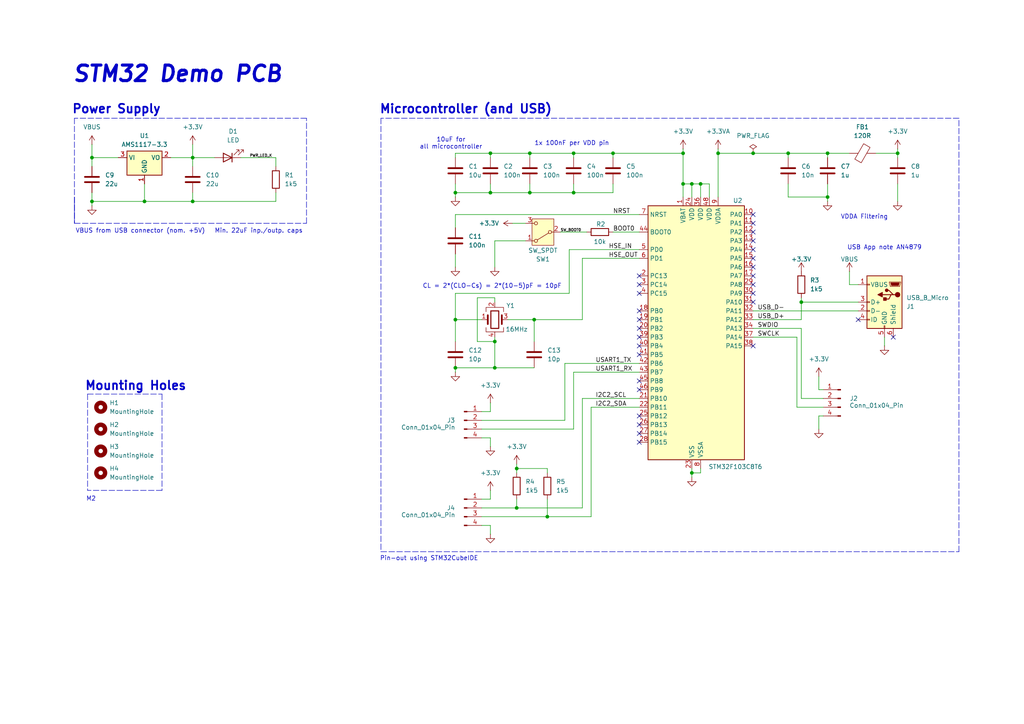
<source format=kicad_sch>
(kicad_sch (version 20231120) (generator "eeschema") (generator_version "8.0")
  (paper "A4")
  (title_block (title "STM32 Demo PCB by UME") (date "2024-08-07"))
  (lib_symbols
    (symbol "Connector:Conn_01x04_Pin" (pin_names (offset 1.016) hide)
      (property "Reference" "J" (at 0 5.08 0))
      (property "Value" "Conn_01x04_Pin" (at 0 -7.62 0))
      (symbol "Conn_01x04_Pin_1_1"
        (polyline (pts (xy 1.27 -5.08) (xy 0.8636 -5.08)) (stroke (width 0.1524)))
        (polyline (pts (xy 1.27 -2.54) (xy 0.8636 -2.54)) (stroke (width 0.1524)))
        (polyline (pts (xy 1.27 0) (xy 0.8636 0)) (stroke (width 0.1524)))
        (polyline (pts (xy 1.27 2.54) (xy 0.8636 2.54)) (stroke (width 0.1524)))
        (rectangle (start 0.8636 -4.953) (end 0 -5.207) (stroke (width 0.1524)) (fill (type outline)))
        (rectangle (start 0.8636 -2.413) (end 0 -2.667) (stroke (width 0.1524)) (fill (type outline)))
        (rectangle (start 0.8636 0.127) (end 0 -0.127) (stroke (width 0.1524)) (fill (type outline)))
        (rectangle (start 0.8636 2.667) (end 0 2.413) (stroke (width 0.1524)) (fill (type outline)))
        (pin passive line (at 5.08 2.54 180) (length 3.81) (name "Pin_1") (number "1"))
        (pin passive line (at 5.08 0 180) (length 3.81) (name "Pin_2") (number "2"))
        (pin passive line (at 5.08 -2.54 180) (length 3.81) (name "Pin_3") (number "3"))
        (pin passive line (at 5.08 -5.08 180) (length 3.81) (name "Pin_4") (number "4"))
      )
    )
    (symbol "Connector:USB_B_Micro" (pin_names (offset 1.016))
      (property "Reference" "J" (at -5.08 11.43 0))
      (property "Value" "USB_B_Micro" (at -5.08 8.89 0))
      (symbol "USB_B_Micro_0_1"
        (rectangle (start -5.08 -7.62) (end 5.08 7.62) (stroke (width 0.254)) (fill (type background)))
        (circle (center -3.81 2.159) (radius 0.635) (stroke (width 0.254)) (fill (type outline)))
        (circle (center -0.635 3.429) (radius 0.381) (stroke (width 0.254)) (fill (type outline)))
        (rectangle (start -0.127 -7.62) (end 0.127 -6.858))
        (polyline (pts (xy -1.905 2.159) (xy 0.635 2.159)) (stroke (width 0.254)))
        (polyline (pts (xy -3.175 2.159) (xy -2.54 2.159) (xy -1.27 3.429) (xy -0.635 3.429)) (stroke (width 0.254)))
        (polyline (pts (xy -2.54 2.159) (xy -1.905 2.159) (xy -1.27 0.889) (xy 0 0.889)) (stroke (width 0.254)))
        (polyline (pts (xy 0.635 2.794) (xy 0.635 1.524) (xy 1.905 2.159) (xy 0.635 2.794)) (stroke (width 0.254)) (fill (type outline)))
        (polyline (pts (xy -4.318 5.588) (xy -1.778 5.588) (xy -2.032 4.826) (xy -4.064 4.826) (xy -4.318 5.588)) (fill (type outline)))
        (polyline (pts (xy -4.699 5.842) (xy -4.699 5.588) (xy -4.445 4.826) (xy -4.445 4.572) (xy -1.651 4.572) (xy -1.651 4.826) (xy -1.397 5.588) (xy -1.397 5.842) (xy -4.699 5.842)))
        (rectangle (start 0.254 1.27) (end -0.508 0.508) (stroke (width 0.254)) (fill (type outline)))
        (rectangle (start 5.08 -5.207) (end 4.318 -4.953))
        (rectangle (start 5.08 -2.667) (end 4.318 -2.413))
        (rectangle (start 5.08 -0.127) (end 4.318 0.127))
        (rectangle (start 5.08 4.953) (end 4.318 5.207))
      )
      (symbol "USB_B_Micro_1_1"
        (pin power_out line (at 7.62 5.08 180) (length 2.54) (name "VBUS") (number "1"))
        (pin bidirectional line (at 7.62 -2.54 180) (length 2.54) (name "D-") (number "2"))
        (pin bidirectional line (at 7.62 0 180) (length 2.54) (name "D+") (number "3"))
        (pin passive line (at 7.62 -5.08 180) (length 2.54) (name "ID") (number "4"))
        (pin power_out line (at 0 -10.16 90) (length 2.54) (name "GND") (number "5"))
        (pin passive line (at -2.54 -10.16 90) (length 2.54) (name "Shield") (number "6"))
      )
    )
    (symbol "Device:C" (pin_numbers hide) (pin_names (offset 0.254))
      (property "Reference" "C" (at 0.635 2.54 0))
      (property "Value" "C" (at 0.635 -2.54 0))
      (symbol "C_0_1"
        (polyline (pts (xy -2.032 -0.762) (xy 2.032 -0.762)) (stroke (width 0.508)))
        (polyline (pts (xy -2.032 0.762) (xy 2.032 0.762)) (stroke (width 0.508)))
      )
      (symbol "C_1_1"
        (pin passive line (at 0 3.81 270) (length 2.794) (name "~") (number "1"))
        (pin passive line (at 0 -3.81 90) (length 2.794) (name "~") (number "2"))
      )
    )
    (symbol "Device:Crystal_GND24" (pin_names (offset 1.016) hide)
      (property "Reference" "Y" (at 3.175 5.08 0))
      (property "Value" "Crystal_GND24" (at 3.175 3.175 0))
      (symbol "Crystal_GND24_0_1"
        (rectangle (start -1.143 2.54) (end 1.143 -2.54) (stroke (width 0.3048)))
        (polyline (pts (xy -2.54 0) (xy -2.032 0)))
        (polyline (pts (xy -2.032 -1.27) (xy -2.032 1.27)) (stroke (width 0.508)))
        (polyline (pts (xy 0 -3.81) (xy 0 -3.556)))
        (polyline (pts (xy 0 3.556) (xy 0 3.81)))
        (polyline (pts (xy 2.032 -1.27) (xy 2.032 1.27)) (stroke (width 0.508)))
        (polyline (pts (xy 2.032 0) (xy 2.54 0)))
        (polyline (pts (xy -2.54 -2.286) (xy -2.54 -3.556) (xy 2.54 -3.556) (xy 2.54 -2.286)))
        (polyline (pts (xy -2.54 2.286) (xy -2.54 3.556) (xy 2.54 3.556) (xy 2.54 2.286)))
      )
      (symbol "Crystal_GND24_1_1"
        (pin passive line (at -3.81 0 0) (length 1.27) (name "1") (number "1"))
        (pin passive line (at 0 5.08 270) (length 1.27) (name "2") (number "2"))
        (pin passive line (at 3.81 0 180) (length 1.27) (name "3") (number "3"))
        (pin passive line (at 0 -5.08 90) (length 1.27) (name "4") (number "4"))
      )
    )
    (symbol "Device:FerriteBead" (pin_numbers hide) (pin_names (offset 0))
      (property "Reference" "FB" (at -3.81 0.635 90))
      (property "Value" "FerriteBead" (at 3.81 0 90))
      (symbol "FerriteBead_0_1"
        (polyline (pts (xy 0 -1.27) (xy 0 -1.2192)))
        (polyline (pts (xy 0 1.27) (xy 0 1.2954)))
        (polyline (pts (xy -2.7686 0.4064) (xy -1.7018 2.2606) (xy 2.7686 -0.3048) (xy 1.6764 -2.159) (xy -2.7686 0.4064)))
      )
      (symbol "FerriteBead_1_1"
        (pin passive line (at 0 3.81 270) (length 2.54) (name "~") (number "1"))
        (pin passive line (at 0 -3.81 90) (length 2.54) (name "~") (number "2"))
      )
    )
    (symbol "Device:LED" (pin_numbers hide) (pin_names (offset 1.016) hide)
      (property "Reference" "D" (at 0 2.54 0))
      (property "Value" "LED" (at 0 -2.54 0))
      (symbol "LED_0_1"
        (polyline (pts (xy -1.27 -1.27) (xy -1.27 1.27)) (stroke (width 0.254)))
        (polyline (pts (xy -1.27 0) (xy 1.27 0)))
        (polyline (pts (xy 1.27 -1.27) (xy 1.27 1.27) (xy -1.27 0) (xy 1.27 -1.27)) (stroke (width 0.254)))
        (polyline (pts (xy -3.048 -0.762) (xy -4.572 -2.286) (xy -3.81 -2.286) (xy -4.572 -2.286) (xy -4.572 -1.524)))
        (polyline (pts (xy -1.778 -0.762) (xy -3.302 -2.286) (xy -2.54 -2.286) (xy -3.302 -2.286) (xy -3.302 -1.524)))
      )
      (symbol "LED_1_1"
        (pin passive line (at -3.81 0 0) (length 2.54) (name "K") (number "1"))
        (pin passive line (at 3.81 0 180) (length 2.54) (name "A") (number "2"))
      )
    )
    (symbol "Device:R" (pin_numbers hide) (pin_names (offset 0))
      (property "Reference" "R" (at 2.032 0 90))
      (property "Value" "R" (at 0 0 90))
      (symbol "R_0_1"
        (rectangle (start -1.016 -2.54) (end 1.016 2.54) (stroke (width 0.254)))
      )
      (symbol "R_1_1"
        (pin passive line (at 0 3.81 270) (length 1.27) (name "~") (number "1"))
        (pin passive line (at 0 -3.81 90) (length 1.27) (name "~") (number "2"))
      )
    )
    (symbol "MCU_ST_STM32F1:STM32F103C8Tx"
      (property "Reference" "U" (at -12.7 39.37 0))
      (property "Value" "STM32F103C8Tx" (at 10.16 39.37 0))
      (symbol "STM32F103C8Tx_0_1"
        (rectangle (start -12.7 -35.56) (end 15.24 38.1) (stroke (width 0.254)) (fill (type background)))
      )
      (symbol "STM32F103C8Tx_1_1"
        (pin power_in line (at -2.54 40.64 270) (length 2.54) (name "VBAT") (number "1"))
        (pin bidirectional line (at 17.78 35.56 180) (length 2.54) (name "PA0") (number "10"))
        (pin bidirectional line (at 17.78 33.02 180) (length 2.54) (name "PA1") (number "11"))
        (pin bidirectional line (at 17.78 30.48 180) (length 2.54) (name "PA2") (number "12"))
        (pin bidirectional line (at 17.78 27.94 180) (length 2.54) (name "PA3") (number "13"))
        (pin bidirectional line (at 17.78 25.4 180) (length 2.54) (name "PA4") (number "14"))
        (pin bidirectional line (at 17.78 22.86 180) (length 2.54) (name "PA5") (number "15"))
        (pin bidirectional line (at 17.78 20.32 180) (length 2.54) (name "PA6") (number "16"))
        (pin bidirectional line (at 17.78 17.78 180) (length 2.54) (name "PA7") (number "17"))
        (pin bidirectional line (at -15.24 7.62 0) (length 2.54) (name "PB0") (number "18"))
        (pin bidirectional line (at -15.24 5.08 0) (length 2.54) (name "PB1") (number "19"))
        (pin bidirectional line (at -15.24 17.78 0) (length 2.54) (name "PC13") (number "2"))
        (pin bidirectional line (at -15.24 2.54 0) (length 2.54) (name "PB2") (number "20"))
        (pin bidirectional line (at -15.24 -17.78 0) (length 2.54) (name "PB10") (number "21"))
        (pin bidirectional line (at -15.24 -20.32 0) (length 2.54) (name "PB11") (number "22"))
        (pin power_in line (at 0 -38.1 90) (length 2.54) (name "VSS") (number "23"))
        (pin power_in line (at 0 40.64 270) (length 2.54) (name "VDD") (number "24"))
        (pin bidirectional line (at -15.24 -22.86 0) (length 2.54) (name "PB12") (number "25"))
        (pin bidirectional line (at -15.24 -25.4 0) (length 2.54) (name "PB13") (number "26"))
        (pin bidirectional line (at -15.24 -27.94 0) (length 2.54) (name "PB14") (number "27"))
        (pin bidirectional line (at -15.24 -30.48 0) (length 2.54) (name "PB15") (number "28"))
        (pin bidirectional line (at 17.78 15.24 180) (length 2.54) (name "PA8") (number "29"))
        (pin bidirectional line (at -15.24 15.24 0) (length 2.54) (name "PC14") (number "3"))
        (pin bidirectional line (at 17.78 12.7 180) (length 2.54) (name "PA9") (number "30"))
        (pin bidirectional line (at 17.78 10.16 180) (length 2.54) (name "PA10") (number "31"))
        (pin bidirectional line (at 17.78 7.62 180) (length 2.54) (name "PA11") (number "32"))
        (pin bidirectional line (at 17.78 5.08 180) (length 2.54) (name "PA12") (number "33"))
        (pin bidirectional line (at 17.78 2.54 180) (length 2.54) (name "PA13") (number "34"))
        (pin passive line (at 0 -38.1 90) (length 2.54) hide (name "VSS") (number "35"))
        (pin power_in line (at 2.54 40.64 270) (length 2.54) (name "VDD") (number "36"))
        (pin bidirectional line (at 17.78 0 180) (length 2.54) (name "PA14") (number "37"))
        (pin bidirectional line (at 17.78 -2.54 180) (length 2.54) (name "PA15") (number "38"))
        (pin bidirectional line (at -15.24 0 0) (length 2.54) (name "PB3") (number "39"))
        (pin bidirectional line (at -15.24 12.7 0) (length 2.54) (name "PC15") (number "4"))
        (pin bidirectional line (at -15.24 -2.54 0) (length 2.54) (name "PB4") (number "40"))
        (pin bidirectional line (at -15.24 -5.08 0) (length 2.54) (name "PB5") (number "41"))
        (pin bidirectional line (at -15.24 -7.62 0) (length 2.54) (name "PB6") (number "42"))
        (pin bidirectional line (at -15.24 -10.16 0) (length 2.54) (name "PB7") (number "43"))
        (pin input line (at -15.24 30.48 0) (length 2.54) (name "BOOT0") (number "44"))
        (pin bidirectional line (at -15.24 -12.7 0) (length 2.54) (name "PB8") (number "45"))
        (pin bidirectional line (at -15.24 -15.24 0) (length 2.54) (name "PB9") (number "46"))
        (pin passive line (at 0 -38.1 90) (length 2.54) hide (name "VSS") (number "47"))
        (pin power_in line (at 5.08 40.64 270) (length 2.54) (name "VDD") (number "48"))
        (pin bidirectional line (at -15.24 25.4 0) (length 2.54) (name "PD0") (number "5"))
        (pin bidirectional line (at -15.24 22.86 0) (length 2.54) (name "PD1") (number "6"))
        (pin input line (at -15.24 35.56 0) (length 2.54) (name "NRST") (number "7"))
        (pin power_in line (at 2.54 -38.1 90) (length 2.54) (name "VSSA") (number "8"))
        (pin power_in line (at 7.62 40.64 270) (length 2.54) (name "VDDA") (number "9"))
      )
    )
    (symbol "Mechanical:MountingHole" (pin_names (offset 1.016)) (exclude_from_sim yes) (in_bom no)
      (property "Reference" "H" (at 0 5.08 0))
      (property "Value" "MountingHole" (at 0 3.175 0))
      (symbol "MountingHole_0_1"
        (circle (center 0 0) (radius 1.27) (stroke (width 1.27)))
      )
    )
    (symbol "Regulator_Linear:AMS1117-3.3"
      (property "Reference" "U" (at -3.81 3.175 0))
      (property "Value" "AMS1117-3.3" (at 0 3.175 0))
      (symbol "AMS1117-3.3_0_1"
        (rectangle (start -5.08 -5.08) (end 5.08 1.905) (stroke (width 0.254)) (fill (type background)))
      )
      (symbol "AMS1117-3.3_1_1"
        (pin power_in line (at 0 -7.62 90) (length 2.54) (name "GND") (number "1"))
        (pin power_out line (at 7.62 0 180) (length 2.54) (name "VO") (number "2"))
        (pin power_in line (at -7.62 0 0) (length 2.54) (name "VI") (number "3"))
      )
    )
    (symbol "Switch:SW_SPDT" (pin_names (offset 0) hide)
      (property "Reference" "SW" (at 0 5.08 0))
      (property "Value" "SW_SPDT" (at 0 -5.08 0))
      (symbol "SW_SPDT_0_1"
        (circle (center -2.032 0) (radius 0.4572))
        (polyline (pts (xy -1.651 0.254) (xy 1.651 2.286)))
        (circle (center 2.032 -2.54) (radius 0.4572))
        (circle (center 2.032 2.54) (radius 0.4572))
      )
      (symbol "SW_SPDT_1_1"
        (rectangle (start -3.175 3.81) (end 3.175 -3.81) (fill (type background)))
        (pin passive line (at 5.08 2.54 180) (length 2.54) (name "A") (number "1"))
        (pin passive line (at -5.08 0 0) (length 2.54) (name "B") (number "2"))
        (pin passive line (at 5.08 -2.54 180) (length 2.54) (name "C") (number "3"))
      )
    )
    (symbol "power:+3.3V" (power) (pin_numbers hide) (pin_names (offset 0) hide)
      (property "Value" "+3.3V" (at 0 3.556 0))
      (symbol "+3.3V_0_1"
        (polyline (pts (xy -0.762 1.27) (xy 0 2.54)))
        (polyline (pts (xy 0 0) (xy 0 2.54)))
        (polyline (pts (xy 0 2.54) (xy 0.762 1.27)))
      )
      (symbol "+3.3V_1_1"
        (pin power_in line (at 0 0 90) (length 0) (name "~") (number "1"))
      )
    )
    (symbol "power:+3.3VA" (power) (pin_numbers hide) (pin_names (offset 0) hide)
      (property "Value" "+3.3VA" (at 0 3.556 0))
      (symbol "+3.3VA_0_1"
        (polyline (pts (xy -0.762 1.27) (xy 0 2.54)))
        (polyline (pts (xy 0 0) (xy 0 2.54)))
        (polyline (pts (xy 0 2.54) (xy 0.762 1.27)))
      )
      (symbol "+3.3VA_1_1"
        (pin power_in line (at 0 0 90) (length 0) (name "~") (number "1"))
      )
    )
    (symbol "power:GND" (power) (pin_numbers hide) (pin_names (offset 0) hide)
      (property "Value" "GND" (at 0 -3.81 0))
      (symbol "GND_0_1"
        (polyline (pts (xy 0 0) (xy 0 -1.27) (xy 1.27 -1.27) (xy 0 -2.54) (xy -1.27 -1.27) (xy 0 -1.27)))
      )
      (symbol "GND_1_1"
        (pin power_in line (at 0 0 270) (length 0) (name "~") (number "1"))
      )
    )
    (symbol "power:PWR_FLAG" (power) (pin_numbers hide) (pin_names (offset 0) hide)
      (property "Value" "PWR_FLAG" (at 0 3.81 0))
      (symbol "PWR_FLAG_0_0"
        (pin power_out line (at 0 0 90) (length 0) (name "~") (number "1"))
      )
      (symbol "PWR_FLAG_0_1"
        (polyline (pts (xy 0 0) (xy 0 1.27) (xy -1.016 1.905) (xy 0 2.54) (xy 1.016 1.905) (xy 0 1.27)))
      )
    )
    (symbol "power:VBUS" (power) (pin_numbers hide) (pin_names (offset 0) hide)
      (property "Value" "VBUS" (at 0 3.556 0))
      (symbol "VBUS_0_1"
        (polyline (pts (xy -0.762 1.27) (xy 0 2.54)))
        (polyline (pts (xy 0 0) (xy 0 2.54)))
        (polyline (pts (xy 0 2.54) (xy 0.762 1.27)))
      )
      (symbol "VBUS_1_1"
        (pin power_in line (at 0 0 90) (length 0) (name "~") (number "1"))
      )
    )
  )
  (junction (at 142.24 55.88))
  (junction (at 232.41 87.63))
  (junction (at 166.37 44.45))
  (junction (at 260.35 44.45))
  (junction (at 240.03 57.15))
  (junction (at 198.12 53.34))
  (junction (at 240.03 44.45))
  (junction (at 198.12 44.45))
  (junction (at 55.88 58.42))
  (junction (at 55.88 45.72))
  (junction (at 177.8 44.45))
  (junction (at 142.24 44.45))
  (junction (at 132.08 92.71))
  (junction (at 132.08 55.88))
  (junction (at 143.51 99.06))
  (junction (at 154.94 92.71))
  (junction (at 149.86 135.89))
  (junction (at 200.66 137.16))
  (junction (at 153.67 44.45))
  (junction (at 132.08 106.68))
  (junction (at 228.6 44.45))
  (junction (at 26.67 58.42))
  (junction (at 166.37 55.88))
  (junction (at 218.44 44.45))
  (junction (at 153.67 55.88))
  (junction (at 208.28 44.45))
  (junction (at 200.66 53.34))
  (junction (at 158.75 149.86))
  (junction (at 149.86 147.32))
  (junction (at 143.51 106.68))
  (junction (at 26.67 45.72))
  (junction (at 203.2 53.34))
  (junction (at 41.91 58.42))
  (no_connect (at 218.44 82.55))
  (no_connect (at 185.42 125.73))
  (no_connect (at 218.44 87.63))
  (no_connect (at 248.92 92.71))
  (no_connect (at 218.44 80.01))
  (no_connect (at 218.44 100.33))
  (no_connect (at 218.44 77.47))
  (no_connect (at 218.44 64.77))
  (no_connect (at 185.42 128.27))
  (no_connect (at 185.42 120.65))
  (no_connect (at 218.44 74.93))
  (no_connect (at 185.42 82.55))
  (no_connect (at 185.42 80.01))
  (no_connect (at 218.44 62.23))
  (no_connect (at 185.42 123.19))
  (no_connect (at 185.42 100.33))
  (no_connect (at 218.44 72.39))
  (no_connect (at 218.44 67.31))
  (no_connect (at 218.44 69.85))
  (no_connect (at 185.42 113.03))
  (no_connect (at 185.42 95.25))
  (no_connect (at 185.42 92.71))
  (no_connect (at 185.42 102.87))
  (no_connect (at 218.44 85.09))
  (no_connect (at 259.08 97.79))
  (no_connect (at 185.42 97.79))
  (no_connect (at 185.42 85.09))
  (no_connect (at 185.42 110.49))
  (no_connect (at 185.42 90.17))
  (wire (pts (xy 139.7 92.71) (xy 132.08 92.71)))
  (wire (pts (xy 198.12 53.34) (xy 200.66 53.34)))
  (wire (pts (xy 237.49 109.22) (xy 237.49 113.03)))
  (wire (pts (xy 168.91 115.57) (xy 168.91 147.32)))
  (wire (pts (xy 139.7 119.38) (xy 142.24 119.38)))
  (wire (pts (xy 143.51 106.68) (xy 154.94 106.68)))
  (wire (pts (xy 200.66 135.89) (xy 200.66 137.16)))
  (wire (pts (xy 158.75 149.86) (xy 139.7 149.86)))
  (wire (pts (xy 26.67 55.88) (xy 26.67 58.42)))
  (wire (pts (xy 237.49 113.03) (xy 238.76 113.03)))
  (wire (pts (xy 198.12 44.45) (xy 198.12 53.34)))
  (wire (pts (xy 254 44.45) (xy 260.35 44.45)))
  (wire (pts (xy 132.08 55.88) (xy 132.08 57.15)))
  (polyline (pts (xy 46.99 114.3) (xy 46.99 142.24)) (stroke (width 0) (type dash)))
  (wire (pts (xy 139.7 127) (xy 142.24 127)))
  (polyline (pts (xy 21.59 34.29) (xy 21.59 64.77)) (stroke (width 0) (type dash)))
  (wire (pts (xy 231.14 118.11) (xy 238.76 118.11)))
  (wire (pts (xy 55.88 45.72) (xy 62.23 45.72)))
  (wire (pts (xy 143.51 69.85) (xy 143.51 77.47)))
  (wire (pts (xy 166.37 53.34) (xy 166.37 55.88)))
  (wire (pts (xy 80.01 45.72) (xy 80.01 48.26)))
  (wire (pts (xy 41.91 53.34) (xy 41.91 58.42)))
  (wire (pts (xy 148.59 64.77) (xy 152.4 64.77)))
  (wire (pts (xy 142.24 119.38) (xy 142.24 116.84)))
  (wire (pts (xy 149.86 134.62) (xy 149.86 135.89)))
  (wire (pts (xy 256.54 97.79) (xy 256.54 100.33)))
  (wire (pts (xy 149.86 147.32) (xy 139.7 147.32)))
  (wire (pts (xy 168.91 115.57) (xy 185.42 115.57)))
  (wire (pts (xy 142.24 144.78) (xy 142.24 142.24)))
  (wire (pts (xy 132.08 53.34) (xy 132.08 55.88)))
  (wire (pts (xy 69.85 45.72) (xy 80.01 45.72)))
  (wire (pts (xy 203.2 137.16) (xy 200.66 137.16)))
  (wire (pts (xy 26.67 41.91) (xy 26.67 45.72)))
  (wire (pts (xy 153.67 44.45) (xy 166.37 44.45)))
  (wire (pts (xy 153.67 44.45) (xy 153.67 45.72)))
  (wire (pts (xy 163.83 121.92) (xy 139.7 121.92)))
  (wire (pts (xy 228.6 53.34) (xy 228.6 57.15)))
  (wire (pts (xy 154.94 92.71) (xy 154.94 99.06)))
  (polyline (pts (xy 25.4 114.3) (xy 46.99 114.3)) (stroke (width 0) (type dash)))
  (wire (pts (xy 232.41 95.25) (xy 232.41 115.57)))
  (wire (pts (xy 208.28 44.45) (xy 218.44 44.45)))
  (wire (pts (xy 200.66 53.34) (xy 203.2 53.34)))
  (wire (pts (xy 165.1 85.09) (xy 165.1 72.39)))
  (wire (pts (xy 142.24 44.45) (xy 153.67 44.45)))
  (wire (pts (xy 41.91 58.42) (xy 55.88 58.42)))
  (wire (pts (xy 26.67 58.42) (xy 26.67 59.69)))
  (wire (pts (xy 132.08 62.23) (xy 185.42 62.23)))
  (wire (pts (xy 26.67 45.72) (xy 26.67 48.26)))
  (wire (pts (xy 240.03 44.45) (xy 246.38 44.45)))
  (wire (pts (xy 203.2 135.89) (xy 203.2 137.16)))
  (wire (pts (xy 232.41 86.36) (xy 232.41 87.63)))
  (wire (pts (xy 171.45 118.11) (xy 171.45 149.86)))
  (wire (pts (xy 205.74 53.34) (xy 203.2 53.34)))
  (wire (pts (xy 240.03 53.34) (xy 240.03 57.15)))
  (wire (pts (xy 158.75 137.16) (xy 158.75 135.89)))
  (wire (pts (xy 132.08 106.68) (xy 132.08 107.95)))
  (wire (pts (xy 177.8 53.34) (xy 177.8 55.88)))
  (wire (pts (xy 165.1 72.39) (xy 185.42 72.39)))
  (wire (pts (xy 218.44 44.45) (xy 228.6 44.45)))
  (wire (pts (xy 143.51 87.63) (xy 143.51 86.36)))
  (wire (pts (xy 139.7 144.78) (xy 142.24 144.78)))
  (polyline (pts (xy 110.49 34.29) (xy 110.49 160.02)) (stroke (width 0) (type dash)))
  (wire (pts (xy 177.8 67.31) (xy 185.42 67.31)))
  (wire (pts (xy 55.88 45.72) (xy 55.88 48.26)))
  (wire (pts (xy 260.35 44.45) (xy 260.35 43.18)))
  (wire (pts (xy 149.86 144.78) (xy 149.86 147.32)))
  (wire (pts (xy 208.28 44.45) (xy 208.28 57.15)))
  (wire (pts (xy 163.83 105.41) (xy 163.83 121.92)))
  (wire (pts (xy 132.08 92.71) (xy 132.08 99.06)))
  (wire (pts (xy 228.6 44.45) (xy 228.6 45.72)))
  (wire (pts (xy 143.51 69.85) (xy 152.4 69.85)))
  (wire (pts (xy 34.29 45.72) (xy 26.67 45.72)))
  (wire (pts (xy 171.45 149.86) (xy 158.75 149.86)))
  (wire (pts (xy 139.7 152.4) (xy 142.24 152.4)))
  (polyline (pts (xy 278.13 34.29) (xy 110.49 34.29)) (stroke (width 0) (type dash)))
  (wire (pts (xy 240.03 57.15) (xy 240.03 58.42)))
  (wire (pts (xy 166.37 124.46) (xy 139.7 124.46)))
  (wire (pts (xy 177.8 44.45) (xy 177.8 45.72)))
  (wire (pts (xy 218.44 97.79) (xy 231.14 97.79)))
  (wire (pts (xy 166.37 44.45) (xy 177.8 44.45)))
  (wire (pts (xy 55.88 41.91) (xy 55.88 45.72)))
  (wire (pts (xy 200.66 137.16) (xy 200.66 138.43)))
  (wire (pts (xy 237.49 120.65) (xy 238.76 120.65)))
  (polyline (pts (xy 88.9 34.29) (xy 21.59 34.29)) (stroke (width 0) (type dash)))
  (wire (pts (xy 143.51 99.06) (xy 143.51 106.68)))
  (wire (pts (xy 132.08 92.71) (xy 132.08 85.09)))
  (wire (pts (xy 166.37 55.88) (xy 153.67 55.88)))
  (wire (pts (xy 232.41 87.63) (xy 248.92 87.63)))
  (wire (pts (xy 153.67 55.88) (xy 142.24 55.88)))
  (wire (pts (xy 154.94 92.71) (xy 168.91 92.71)))
  (wire (pts (xy 168.91 147.32) (xy 149.86 147.32)))
  (wire (pts (xy 260.35 53.34) (xy 260.35 58.42)))
  (wire (pts (xy 149.86 135.89) (xy 149.86 137.16)))
  (wire (pts (xy 132.08 73.66) (xy 132.08 77.47)))
  (wire (pts (xy 138.43 86.36) (xy 138.43 99.06)))
  (wire (pts (xy 248.92 82.55) (xy 246.38 82.55)))
  (wire (pts (xy 142.24 55.88) (xy 132.08 55.88)))
  (wire (pts (xy 237.49 124.46) (xy 237.49 120.65)))
  (polyline (pts (xy 21.59 64.77) (xy 88.9 64.77)) (stroke (width 0) (type dash)))
  (wire (pts (xy 200.66 57.15) (xy 200.66 53.34)))
  (wire (pts (xy 203.2 53.34) (xy 203.2 57.15)))
  (wire (pts (xy 26.67 58.42) (xy 41.91 58.42)))
  (wire (pts (xy 142.24 127) (xy 142.24 129.54)))
  (wire (pts (xy 260.35 44.45) (xy 260.35 45.72)))
  (wire (pts (xy 143.51 99.06) (xy 143.51 97.79)))
  (wire (pts (xy 232.41 115.57) (xy 238.76 115.57)))
  (wire (pts (xy 80.01 55.88) (xy 80.01 58.42)))
  (wire (pts (xy 138.43 99.06) (xy 143.51 99.06)))
  (wire (pts (xy 166.37 107.95) (xy 166.37 124.46)))
  (wire (pts (xy 132.08 62.23) (xy 132.08 66.04)))
  (wire (pts (xy 231.14 97.79) (xy 231.14 118.11)))
  (polyline (pts (xy 278.13 160.02) (xy 278.13 34.29)) (stroke (width 0) (type dash)))
  (wire (pts (xy 218.44 90.17) (xy 248.92 90.17)))
  (wire (pts (xy 55.88 55.88) (xy 55.88 58.42)))
  (wire (pts (xy 166.37 44.45) (xy 166.37 45.72)))
  (wire (pts (xy 132.08 44.45) (xy 142.24 44.45)))
  (wire (pts (xy 205.74 57.15) (xy 205.74 53.34)))
  (polyline (pts (xy 110.49 160.02) (xy 278.13 160.02)) (stroke (width 0) (type dash)))
  (wire (pts (xy 177.8 44.45) (xy 198.12 44.45)))
  (wire (pts (xy 168.91 92.71) (xy 168.91 74.93)))
  (wire (pts (xy 49.53 45.72) (xy 55.88 45.72)))
  (wire (pts (xy 142.24 53.34) (xy 142.24 55.88)))
  (polyline (pts (xy 25.4 114.3) (xy 25.4 142.24)) (stroke (width 0) (type dash)))
  (wire (pts (xy 142.24 44.45) (xy 142.24 45.72)))
  (wire (pts (xy 132.08 106.68) (xy 143.51 106.68)))
  (wire (pts (xy 246.38 82.55) (xy 246.38 78.74)))
  (polyline (pts (xy 46.99 142.24) (xy 25.4 142.24)) (stroke (width 0) (type dash)))
  (wire (pts (xy 166.37 107.95) (xy 185.42 107.95)))
  (wire (pts (xy 168.91 74.93) (xy 185.42 74.93)))
  (wire (pts (xy 80.01 58.42) (xy 55.88 58.42)))
  (wire (pts (xy 198.12 43.18) (xy 198.12 44.45)))
  (wire (pts (xy 218.44 92.71) (xy 232.41 92.71)))
  (wire (pts (xy 198.12 53.34) (xy 198.12 57.15)))
  (polyline (pts (xy 21.59 57.15) (xy 21.59 64.77)))
  (wire (pts (xy 142.24 152.4) (xy 142.24 154.94)))
  (wire (pts (xy 228.6 57.15) (xy 240.03 57.15)))
  (wire (pts (xy 208.28 43.18) (xy 208.28 44.45)))
  (wire (pts (xy 232.41 87.63) (xy 232.41 92.71)))
  (wire (pts (xy 132.08 85.09) (xy 165.1 85.09)))
  (wire (pts (xy 218.44 95.25) (xy 232.41 95.25)))
  (wire (pts (xy 228.6 44.45) (xy 240.03 44.45)))
  (wire (pts (xy 240.03 44.45) (xy 240.03 45.72)))
  (wire (pts (xy 153.67 53.34) (xy 153.67 55.88)))
  (wire (pts (xy 177.8 55.88) (xy 166.37 55.88)))
  (wire (pts (xy 163.83 105.41) (xy 185.42 105.41)))
  (wire (pts (xy 171.45 118.11) (xy 185.42 118.11)))
  (wire (pts (xy 147.32 92.71) (xy 154.94 92.71)))
  (wire (pts (xy 132.08 45.72) (xy 132.08 44.45)))
  (wire (pts (xy 143.51 86.36) (xy 138.43 86.36)))
  (wire (pts (xy 158.75 135.89) (xy 149.86 135.89)))
  (wire (pts (xy 162.56 67.31) (xy 170.18 67.31)))
  (polyline (pts (xy 88.9 64.77) (xy 88.9 34.29)) (stroke (width 0) (type dash)))
  (wire (pts (xy 158.75 144.78) (xy 158.75 149.86)))
  (text "10uF for\nall microcontroller" (at 130.81 41.656 0) (effects (font (size 1.27 1.27))))
  (text "CL = 2*(CLO-Cs) = 2*(10-5)pF = 10pF" (at 142.748 83.058 0) (effects (font (size 1.27 1.27))))
  (text "Mounting Holes" (at 39.37 112.014 0) (effects (font (size 2.5 2.5) (thickness 0.5) (bold yes))))
  (text "Pin-out using STM32CubeIDE" (at 124.46 162.052 0) (effects (font (size 1.27 1.27))))
  (text "USB App note AN4879" (at 256.54 71.882 0) (effects (font (size 1.27 1.27))))
  (text "VBUS from USB connector (nom. +5V)   Min. 22uF inp./outp. caps" (at 54.864 67.056 0) (effects (font (size 1.27 1.27))))
  (text "1x 100nF per VDD pin" (at 165.862 41.656 0) (effects (font (size 1.27 1.27))))
  (text "Microcontroller (and USB)" (at 135.128 31.75 0) (effects (font (size 2.5 2.5) (thickness 0.5) (bold yes))))
  (text "M2" (at 26.416 144.78 0) (effects (font (size 1.27 1.27))))
  (text "Power Supply" (at 33.782 31.75 0) (effects (font (size 2.5 2.5) (thickness 0.5) (bold yes))))
  (text "VDDA Filtering" (at 250.698 62.992 0) (effects (font (size 1.27 1.27))))
  (text "STM32 Demo PCB" (at 51.562 21.59 0) (effects (font (size 4.5 4.5) (bold yes) (italic yes))))
  (label "I2C2_SCL" (at 172.72 115.57 0))
  (label "PWR_LED_K" (at 72.39 45.72 0) (effects (font (size 0.762 0.762))))
  (label "USB_D-" (at 219.71 90.17 0))
  (label "USART1_TX" (at 172.72 105.41 0))
  (label "HSE_OUT" (at 176.53 74.93 0))
  (label "SWCLK" (at 219.71 97.79 0))
  (label "I2C2_SDA" (at 172.72 118.11 0))
  (label "BOOT0" (at 177.8 67.31 0))
  (label "SWDIO" (at 219.71 95.25 0))
  (label "USART1_RX" (at 172.72 107.95 0))
  (label "SW_BOOT0" (at 162.56 67.31 0) (effects (font (size 0.762 0.762))))
  (label "HSE_IN" (at 176.53 72.39 0))
  (label "NRST" (at 177.8 62.23 0))
  (label "USB_D+" (at 219.71 92.71 0))
  (symbol (lib_id "Mechanical:MountingHole") (at 29.21 137.16 0) (unit 1) (exclude_from_sim yes) (in_bom no)
    (property "Reference" "H4" (at 31.75 135.8899 0) (effects (justify left)))
    (property "Value" "MountingHole" (at 31.75 138.4299 0) (effects (justify left)))
    (property "Footprint" "MountingHole:MountingHole_2.2mm_M2" (effects (hide yes)))
    (property "Description" "Mounting Hole without connection" (effects (hide yes)))
  )
  (symbol (lib_id "power:GND") (at 200.66 138.43 0) (unit 1)
    (property "Reference" "#PWR022" (effects (hide yes)))
    (property "Value" "GND" (effects (hide yes)))
    (property "Description" "Power symbol creates a global label with name \"GND\" , ground" (effects (hide yes)))
  )
  (symbol (lib_id "Device:R") (at 149.86 140.97 180) (unit 1)
    (property "Reference" "R4" (at 152.4 139.6999 0) (effects (justify right)))
    (property "Value" "1k5" (at 152.4 142.2399 0) (effects (justify right)))
    (property "Footprint" "Resistor_SMD:R_0402_1005Metric" (effects (hide yes)))
    (property "Description" "Resistor" (effects (hide yes)))
  )
  (symbol (lib_id "Device:FerriteBead") (at 250.19 44.45 90) (unit 1)
    (property "Reference" "FB1" (at 250.1392 36.83 90))
    (property "Value" "120R" (at 250.1392 39.37 90))
    (property "Footprint" "Inductor_SMD:L_0603_1608Metric" (effects (hide yes)))
    (property "Description" "Ferrite bead" (effects (hide yes)))
  )
  (symbol (lib_id "power:+3.3V") (at 142.24 142.24 0) (unit 1)
    (property "Reference" "#PWR023" (effects (hide yes)))
    (property "Value" "+3.3V" (at 142.24 137.16 0))
    (property "Description" "Power symbol creates a global label with name \"+3.3V\"" (effects (hide yes)))
  )
  (symbol (lib_id "Switch:SW_SPDT") (at 157.48 67.31 180) (unit 1)
    (property "Reference" "SW1" (at 157.48 75.184 0))
    (property "Value" "SW_SPDT" (at 157.48 72.644 0))
    (property "Footprint" "Button_Switch_SMD:SW_SPDT_PCM12" (effects (hide yes)))
    (property "Description" "Switch, single pole double throw" (effects (hide yes)))
  )
  (symbol (lib_id "power:GND") (at 260.35 58.42 0) (unit 1)
    (property "Reference" "#PWR08" (effects (hide yes)))
    (property "Value" "GND" (effects (hide yes)))
    (property "Description" "Power symbol creates a global label with name \"GND\" , ground" (effects (hide yes)))
  )
  (symbol (lib_id "power:+3.3V") (at 232.41 78.74 0) (unit 1)
    (property "Reference" "#PWR013" (effects (hide yes)))
    (property "Value" "+3.3V" (at 232.41 75.184 0))
    (property "Description" "Power symbol creates a global label with name \"+3.3V\"" (effects (hide yes)))
  )
  (symbol (lib_id "Device:C") (at 153.67 49.53 0) (unit 1)
    (property "Reference" "C3" (at 157.48 48.2599 0) (effects (justify left)))
    (property "Value" "100n" (at 157.48 50.7999 0) (effects (justify left)))
    (property "Footprint" "Capacitor_SMD:C_0402_1005Metric" (effects (hide yes)))
    (property "Description" "Unpolarized capacitor" (effects (hide yes)))
  )
  (symbol (lib_id "power:+3.3V") (at 55.88 41.91 0) (unit 1)
    (property "Reference" "#PWR02" (effects (hide yes)))
    (property "Value" "+3.3V" (at 55.88 36.83 0))
    (property "Description" "Power symbol creates a global label with name \"+3.3V\"" (effects (hide yes)))
  )
  (symbol (lib_id "Device:C") (at 260.35 49.53 0) (unit 1)
    (property "Reference" "C8" (at 264.16 48.2599 0) (effects (justify left)))
    (property "Value" "1u" (at 264.16 50.7999 0) (effects (justify left)))
    (property "Footprint" "Capacitor_SMD:C_0402_1005Metric" (effects (hide yes)))
    (property "Description" "Unpolarized capacitor" (effects (hide yes)))
  )
  (symbol (lib_id "Mechanical:MountingHole") (at 29.21 118.11 0) (unit 1) (exclude_from_sim yes) (in_bom no)
    (property "Reference" "H1" (at 31.75 116.8399 0) (effects (justify left)))
    (property "Value" "MountingHole" (at 31.75 119.3799 0) (effects (justify left)))
    (property "Footprint" "MountingHole:MountingHole_2.2mm_M2" (effects (hide yes)))
    (property "Description" "Mounting Hole without connection" (effects (hide yes)))
  )
  (symbol (lib_id "Device:C") (at 142.24 49.53 0) (unit 1)
    (property "Reference" "C2" (at 146.05 48.2599 0) (effects (justify left)))
    (property "Value" "100n" (at 146.05 50.7999 0) (effects (justify left)))
    (property "Footprint" "Capacitor_SMD:C_0402_1005Metric" (effects (hide yes)))
    (property "Description" "Unpolarized capacitor" (effects (hide yes)))
  )
  (symbol (lib_id "Mechanical:MountingHole") (at 29.21 124.46 0) (unit 1) (exclude_from_sim yes) (in_bom no)
    (property "Reference" "H2" (at 31.75 123.1899 0) (effects (justify left)))
    (property "Value" "MountingHole" (at 31.75 125.7299 0) (effects (justify left)))
    (property "Footprint" "MountingHole:MountingHole_2.2mm_M2" (effects (hide yes)))
    (property "Description" "Mounting Hole without connection" (effects (hide yes)))
  )
  (symbol (lib_id "power:+3.3V") (at 149.86 134.62 0) (unit 1)
    (property "Reference" "#PWR021" (effects (hide yes)))
    (property "Value" "+3.3V" (at 149.86 129.54 0))
    (property "Description" "Power symbol creates a global label with name \"+3.3V\"" (effects (hide yes)))
  )
  (symbol (lib_id "MCU_ST_STM32F1:STM32F103C8Tx") (at 200.66 97.79 0) (unit 1)
    (property "Reference" "U2" (at 212.598 58.166 0) (effects (justify left)))
    (property "Value" "STM32F103C8T6" (at 205.486 135.382 0) (effects (justify left)))
    (property "Footprint" "Package_QFP:LQFP-48_7x7mm_P0.5mm" (effects (hide yes)))
    (property "Datasheet" "https://www.st.com/resource/en/datasheet/stm32f103c8.pdf" (effects (hide yes)))
    (property "Description" "STMicroelectronics Arm Cortex-M3 MCU, 64KB flash, 20KB RAM, 72 MHz, 2.0-3.6V, 37 GPIO, LQFP48" (effects (hide yes)))
  )
  (symbol (lib_id "power:GND") (at 132.08 77.47 0) (unit 1)
    (property "Reference" "#PWR011" (effects (hide yes)))
    (property "Value" "GND" (effects (hide yes)))
    (property "Description" "Power symbol creates a global label with name \"GND\" , ground" (effects (hide yes)))
  )
  (symbol (lib_id "power:+3.3V") (at 260.35 43.18 0) (unit 1)
    (property "Reference" "#PWR05" (effects (hide yes)))
    (property "Value" "+3.3V" (at 260.35 38.1 0))
    (property "Description" "Power symbol creates a global label with name \"+3.3V\"" (effects (hide yes)))
  )
  (symbol (lib_id "Device:C") (at 132.08 102.87 0) (unit 1)
    (property "Reference" "C12" (at 135.89 101.5999 0) (effects (justify left)))
    (property "Value" "10p" (at 135.89 104.1399 0) (effects (justify left)))
    (property "Footprint" "Capacitor_SMD:C_0402_1005Metric" (effects (hide yes)))
    (property "Description" "Unpolarized capacitor" (effects (hide yes)))
  )
  (symbol (lib_id "power:GND") (at 26.67 59.69 0) (unit 1)
    (property "Reference" "#PWR09" (effects (hide yes)))
    (property "Value" "GND" (effects (hide yes)))
    (property "Description" "Power symbol creates a global label with name \"GND\" , ground" (effects (hide yes)))
  )
  (symbol (lib_id "Connector:Conn_01x04_Pin") (at 243.84 115.57 0) (mirror y) (unit 1)
    (property "Reference" "J2" (at 247.65 115.57 0))
    (property "Value" "Conn_01x04_Pin" (at 254.254 117.602 0))
    (property "Footprint" "Connector_PinHeader_2.54mm:PinHeader_1x04_P2.54mm_Vertical" (effects (hide yes)))
    (property "Description" "Generic connector, single row, 01x04, script generated" (effects (hide yes)))
  )
  (symbol (lib_id "Connector:USB_B_Micro") (at 256.54 87.63 0) (mirror y) (unit 1)
    (property "Reference" "J1" (at 262.89 88.9001 0) (effects (justify right)))
    (property "Value" "USB_B_Micro" (at 262.89 86.3601 0) (effects (justify right)))
    (property "Footprint" "Connector_USB:USB_Micro-B_Wuerth_629105150521" (effects (hide yes)))
    (property "Description" "USB Micro Type B connector" (effects (hide yes)))
  )
  (symbol (lib_id "power:GND") (at 256.54 100.33 0) (unit 1)
    (property "Reference" "#PWR015" (effects (hide yes)))
    (property "Value" "GND" (effects (hide yes)))
    (property "Description" "Power symbol creates a global label with name \"GND\" , ground" (effects (hide yes)))
  )
  (symbol (lib_id "Device:C") (at 132.08 69.85 0) (unit 1)
    (property "Reference" "C11" (at 135.89 68.5799 0) (effects (justify left)))
    (property "Value" "100n" (at 135.89 71.1199 0) (effects (justify left)))
    (property "Footprint" "Capacitor_SMD:C_0402_1005Metric" (effects (hide yes)))
    (property "Description" "Unpolarized capacitor" (effects (hide yes)))
  )
  (symbol (lib_id "Device:C") (at 177.8 49.53 0) (unit 1)
    (property "Reference" "C5" (at 181.61 48.2599 0) (effects (justify left)))
    (property "Value" "100n" (at 181.61 50.7999 0) (effects (justify left)))
    (property "Footprint" "Capacitor_SMD:C_0402_1005Metric" (effects (hide yes)))
    (property "Description" "Unpolarized capacitor" (effects (hide yes)))
  )
  (symbol (lib_id "Device:C") (at 55.88 52.07 0) (unit 1)
    (property "Reference" "C10" (at 59.69 50.7999 0) (effects (justify left)))
    (property "Value" "22u" (at 59.69 53.3399 0) (effects (justify left)))
    (property "Footprint" "Capacitor_SMD:C_0805_2012Metric" (effects (hide yes)))
    (property "Description" "Unpolarized capacitor" (effects (hide yes)))
  )
  (symbol (lib_id "Device:Crystal_GND24") (at 143.51 92.71 0) (unit 1)
    (property "Reference" "Y1" (at 148.082 88.646 0))
    (property "Value" "16MHz" (at 149.86 95.504 0))
    (property "Footprint" "Crystal:Crystal_SMD_3225-4Pin_3.2x2.5mm" (effects (hide yes)))
    (property "Description" "Four pin crystal, GND on pins 2 and 4" (effects (hide yes)))
  )
  (symbol (lib_id "power:GND") (at 142.24 129.54 0) (unit 1)
    (property "Reference" "#PWR020" (effects (hide yes)))
    (property "Value" "GND" (effects (hide yes)))
    (property "Description" "Power symbol creates a global label with name \"GND\" , ground" (effects (hide yes)))
  )
  (symbol (lib_id "power:GND") (at 142.24 154.94 0) (unit 1)
    (property "Reference" "#PWR024" (effects (hide yes)))
    (property "Value" "GND" (effects (hide yes)))
    (property "Description" "Power symbol creates a global label with name \"GND\" , ground" (effects (hide yes)))
  )
  (symbol (lib_id "Device:R") (at 158.75 140.97 180) (unit 1)
    (property "Reference" "R5" (at 161.29 139.6999 0) (effects (justify right)))
    (property "Value" "1k5" (at 161.29 142.2399 0) (effects (justify right)))
    (property "Footprint" "Resistor_SMD:R_0402_1005Metric" (effects (hide yes)))
    (property "Description" "Resistor" (effects (hide yes)))
  )
  (symbol (lib_id "power:+3.3VA") (at 208.28 43.18 0) (unit 1)
    (property "Reference" "#PWR04" (effects (hide yes)))
    (property "Value" "+3.3VA" (at 208.28 38.1 0))
    (property "Description" "Power symbol creates a global label with name \"+3.3VA\"" (effects (hide yes)))
  )
  (symbol (lib_id "power:+3.3V") (at 142.24 116.84 0) (unit 1)
    (property "Reference" "#PWR018" (effects (hide yes)))
    (property "Value" "+3.3V" (at 142.24 111.76 0))
    (property "Description" "Power symbol creates a global label with name \"+3.3V\"" (effects (hide yes)))
  )
  (symbol (lib_id "power:GND") (at 237.49 124.46 0) (unit 1)
    (property "Reference" "#PWR019" (effects (hide yes)))
    (property "Value" "GND" (effects (hide yes)))
    (property "Description" "Power symbol creates a global label with name \"GND\" , ground" (effects (hide yes)))
  )
  (symbol (lib_id "Device:C") (at 154.94 102.87 0) (unit 1)
    (property "Reference" "C13" (at 158.75 101.5999 0) (effects (justify left)))
    (property "Value" "10p" (at 158.75 104.1399 0) (effects (justify left)))
    (property "Footprint" "Capacitor_SMD:C_0402_1005Metric" (effects (hide yes)))
    (property "Description" "Unpolarized capacitor" (effects (hide yes)))
  )
  (symbol (lib_id "Device:C") (at 26.67 52.07 0) (unit 1)
    (property "Reference" "C9" (at 30.48 50.7999 0) (effects (justify left)))
    (property "Value" "22u" (at 30.48 53.3399 0) (effects (justify left)))
    (property "Footprint" "Capacitor_SMD:C_0805_2012Metric" (effects (hide yes)))
    (property "Description" "Unpolarized capacitor" (effects (hide yes)))
  )
  (symbol (lib_id "Device:R") (at 232.41 82.55 0) (unit 1)
    (property "Reference" "R3" (at 234.95 81.2799 0) (effects (justify left)))
    (property "Value" "1k5" (at 234.95 83.8199 0) (effects (justify left)))
    (property "Footprint" "Resistor_SMD:R_0402_1005Metric" (effects (hide yes)))
    (property "Description" "Resistor" (effects (hide yes)))
  )
  (symbol (lib_id "power:VBUS") (at 246.38 78.74 0) (unit 1)
    (property "Reference" "#PWR014" (effects (hide yes)))
    (property "Value" "VBUS" (at 246.38 75.184 0))
    (property "Description" "Power symbol creates a global label with name \"VBUS\"" (effects (hide yes)))
  )
  (symbol (lib_id "Device:C") (at 240.03 49.53 0) (unit 1)
    (property "Reference" "C7" (at 243.84 48.2599 0) (effects (justify left)))
    (property "Value" "1u" (at 243.84 50.7999 0) (effects (justify left)))
    (property "Footprint" "Capacitor_SMD:C_0402_1005Metric" (effects (hide yes)))
    (property "Description" "Unpolarized capacitor" (effects (hide yes)))
  )
  (symbol (lib_id "Regulator_Linear:AMS1117-3.3") (at 41.91 45.72 0) (unit 1)
    (property "Reference" "U1" (at 41.91 39.37 0))
    (property "Value" "AMS1117-3.3" (at 41.91 41.91 0))
    (property "Footprint" "Package_TO_SOT_SMD:SOT-223-3_TabPin2" (effects (hide yes)))
    (property "Datasheet" "http://www.advanced-monolithic.com/pdf/ds1117.pdf" (effects (hide yes)))
    (property "Description" "1A Low Dropout regulator, positive, 3.3V fixed output, SOT-223" (effects (hide yes)))
  )
  (symbol (lib_id "power:GND") (at 240.03 58.42 0) (unit 1)
    (property "Reference" "#PWR07" (effects (hide yes)))
    (property "Value" "GND" (effects (hide yes)))
    (property "Description" "Power symbol creates a global label with name \"GND\" , ground" (effects (hide yes)))
  )
  (symbol (lib_id "Device:R") (at 80.01 52.07 180) (unit 1)
    (property "Reference" "R1" (at 82.55 50.7999 0) (effects (justify right)))
    (property "Value" "1k5" (at 82.55 53.3399 0) (effects (justify right)))
    (property "Footprint" "Resistor_SMD:R_0402_1005Metric" (effects (hide yes)))
    (property "Description" "Resistor" (effects (hide yes)))
  )
  (symbol (lib_id "power:PWR_FLAG") (at 218.44 44.45 0) (unit 1)
    (property "Reference" "#FLG01" (effects (hide yes)))
    (property "Value" "PWR_FLAG" (at 218.44 39.37 0))
    (property "Description" "Special symbol for telling ERC where power comes from" (effects (hide yes)))
  )
  (symbol (lib_id "power:GND") (at 132.08 107.95 0) (unit 1)
    (property "Reference" "#PWR016" (effects (hide yes)))
    (property "Value" "GND" (effects (hide yes)))
    (property "Description" "Power symbol creates a global label with name \"GND\" , ground" (effects (hide yes)))
  )
  (symbol (lib_id "Device:C") (at 132.08 49.53 0) (unit 1)
    (property "Reference" "C1" (at 135.89 48.2599 0) (effects (justify left)))
    (property "Value" "10u" (at 135.89 50.7999 0) (effects (justify left)))
    (property "Footprint" "Capacitor_SMD:C_0603_1608Metric" (effects (hide yes)))
    (property "Description" "Unpolarized capacitor" (effects (hide yes)))
  )
  (symbol (lib_id "Mechanical:MountingHole") (at 29.21 130.81 0) (unit 1) (exclude_from_sim yes) (in_bom no)
    (property "Reference" "H3" (at 31.75 129.5399 0) (effects (justify left)))
    (property "Value" "MountingHole" (at 31.75 132.0799 0) (effects (justify left)))
    (property "Footprint" "MountingHole:MountingHole_2.2mm_M2" (effects (hide yes)))
    (property "Description" "Mounting Hole without connection" (effects (hide yes)))
  )
  (symbol (lib_id "Device:R") (at 173.99 67.31 90) (mirror x) (unit 1)
    (property "Reference" "R2" (at 174.244 65.024 90))
    (property "Value" "10k" (at 173.99 70.104 90))
    (property "Footprint" "Resistor_SMD:R_0402_1005Metric" (effects (hide yes)))
    (property "Description" "Resistor" (effects (hide yes)))
  )
  (symbol (lib_id "Device:C") (at 228.6 49.53 0) (unit 1)
    (property "Reference" "C6" (at 232.41 48.2599 0) (effects (justify left)))
    (property "Value" "10n" (at 232.41 50.7999 0) (effects (justify left)))
    (property "Footprint" "Capacitor_SMD:C_0402_1005Metric" (effects (hide yes)))
    (property "Description" "Unpolarized capacitor" (effects (hide yes)))
  )
  (symbol (lib_id "power:+3.3V") (at 198.12 43.18 0) (unit 1)
    (property "Reference" "#PWR03" (effects (hide yes)))
    (property "Value" "+3.3V" (at 198.12 38.1 0))
    (property "Description" "Power symbol creates a global label with name \"+3.3V\"" (effects (hide yes)))
  )
  (symbol (lib_id "power:+3.3V") (at 237.49 109.22 0) (unit 1)
    (property "Reference" "#PWR017" (effects (hide yes)))
    (property "Value" "+3.3V" (at 237.49 104.14 0))
    (property "Description" "Power symbol creates a global label with name \"+3.3V\"" (effects (hide yes)))
  )
  (symbol (lib_id "power:+3.3V") (at 148.59 64.77 90) (unit 1)
    (property "Reference" "#PWR010" (effects (hide yes)))
    (property "Value" "+3.3V" (at 144.78 64.7699 90) (effects (justify left)))
    (property "Description" "Power symbol creates a global label with name \"+3.3V\"" (effects (hide yes)))
  )
  (symbol (lib_id "Device:LED") (at 66.04 45.72 180) (unit 1)
    (property "Reference" "D1" (at 67.6275 38.1 0))
    (property "Value" "LED" (at 67.6275 40.64 0))
    (property "Footprint" "LED_SMD:LED_0603_1608Metric" (effects (hide yes)))
    (property "Description" "Light emitting diode" (effects (hide yes)))
  )
  (symbol (lib_id "Connector:Conn_01x04_Pin") (at 134.62 147.32 0) (unit 1)
    (property "Reference" "J4" (at 130.81 147.32 0))
    (property "Value" "Conn_01x04_Pin" (at 124.206 149.352 0))
    (property "Footprint" "Connector_PinHeader_2.54mm:PinHeader_1x04_P2.54mm_Vertical" (effects (hide yes)))
    (property "Description" "Generic connector, single row, 01x04, script generated" (effects (hide yes)))
  )
  (symbol (lib_id "power:VBUS") (at 26.67 41.91 0) (unit 1)
    (property "Reference" "#PWR01" (effects (hide yes)))
    (property "Value" "VBUS" (at 26.67 36.83 0))
    (property "Description" "Power symbol creates a global label with name \"VBUS\"" (effects (hide yes)))
  )
  (symbol (lib_id "Device:C") (at 166.37 49.53 0) (unit 1)
    (property "Reference" "C4" (at 170.18 48.2599 0) (effects (justify left)))
    (property "Value" "100n" (at 170.18 50.7999 0) (effects (justify left)))
    (property "Footprint" "Capacitor_SMD:C_0402_1005Metric" (effects (hide yes)))
    (property "Description" "Unpolarized capacitor" (effects (hide yes)))
  )
  (symbol (lib_id "power:GND") (at 132.08 57.15 0) (unit 1)
    (property "Reference" "#PWR06" (effects (hide yes)))
    (property "Value" "GND" (effects (hide yes)))
    (property "Description" "Power symbol creates a global label with name \"GND\" , ground" (effects (hide yes)))
  )
  (symbol (lib_id "power:GND") (at 143.51 77.47 0) (unit 1)
    (property "Reference" "#PWR012" (effects (hide yes)))
    (property "Value" "GND" (effects (hide yes)))
    (property "Description" "Power symbol creates a global label with name \"GND\" , ground" (effects (hide yes)))
  )
  (symbol (lib_id "Connector:Conn_01x04_Pin") (at 134.62 121.92 0) (unit 1)
    (property "Reference" "J3" (at 130.81 121.92 0))
    (property "Value" "Conn_01x04_Pin" (at 124.206 123.952 0))
    (property "Footprint" "Connector_PinHeader_2.54mm:PinHeader_1x04_P2.54mm_Vertical" (effects (hide yes)))
    (property "Description" "Generic connector, single row, 01x04, script generated" (effects (hide yes)))
  )
)
</source>
